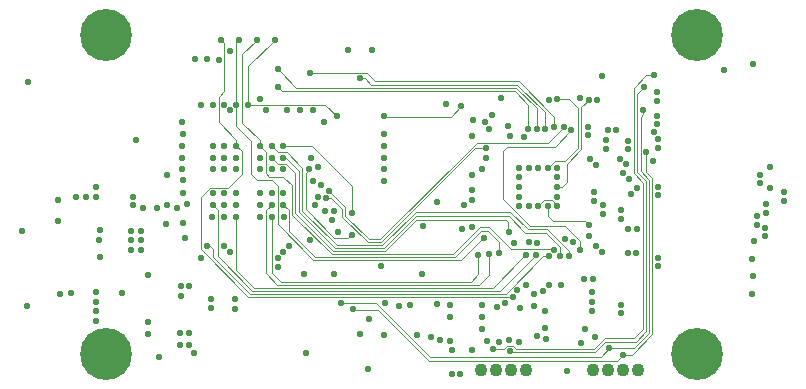
<source format=gbr>
G04 #@! TF.GenerationSoftware,KiCad,Pcbnew,5.1.5+dfsg1-2~bpo10+1*
G04 #@! TF.CreationDate,2020-03-09T15:40:36+01:00*
G04 #@! TF.ProjectId,SDI-bridge,5344492d-6272-4696-9467-652e6b696361,rev?*
G04 #@! TF.SameCoordinates,Original*
G04 #@! TF.FileFunction,Copper,L3,Inr*
G04 #@! TF.FilePolarity,Positive*
%FSLAX46Y46*%
G04 Gerber Fmt 4.6, Leading zero omitted, Abs format (unit mm)*
G04 Created by KiCad (PCBNEW 5.1.5+dfsg1-2~bpo10+1) date 2020-03-09 15:40:36*
%MOMM*%
%LPD*%
G04 APERTURE LIST*
%ADD10C,1.100000*%
%ADD11C,0.550000*%
%ADD12C,4.400000*%
%ADD13C,0.125000*%
G04 APERTURE END LIST*
D10*
X154000000Y-131400000D03*
X152730000Y-131400000D03*
X151460000Y-131400000D03*
X150190000Y-131400000D03*
X144500000Y-131400000D03*
X143230000Y-131400000D03*
X141960000Y-131400000D03*
X140690000Y-131400000D03*
D11*
X147195000Y-115077500D03*
X143945000Y-115077500D03*
X120000000Y-116400000D03*
X119000000Y-117400000D03*
X120000000Y-117400000D03*
D12*
X159000000Y-103000000D03*
X159000000Y-130000000D03*
D11*
X163720000Y-123450000D03*
X163700000Y-121960000D03*
X144370000Y-111629444D03*
X150995000Y-106465000D03*
X138245000Y-129715000D03*
X138245000Y-131715000D03*
X139995000Y-129715000D03*
X140825000Y-127885000D03*
X146115000Y-127855000D03*
X112545000Y-128295000D03*
X112545000Y-127305000D03*
X127400000Y-110400000D03*
X126300000Y-113400000D03*
X124300000Y-109400000D03*
X126500000Y-109400000D03*
X125400000Y-109400000D03*
X163700000Y-124940006D03*
X116430000Y-129920000D03*
X125890000Y-129930000D03*
X123500000Y-122650000D03*
X146438676Y-108522410D03*
X143900000Y-129020000D03*
X142220000Y-129020000D03*
X147990000Y-131470000D03*
X138940000Y-131700000D03*
X122005000Y-108405000D03*
X149885000Y-120015000D03*
X135265000Y-128445000D03*
X149775000Y-110785000D03*
X147825000Y-120275000D03*
X148515000Y-120565000D03*
X139925000Y-111575000D03*
X146250000Y-128750000D03*
X163810000Y-120450000D03*
X165210000Y-115970000D03*
X165210000Y-114210000D03*
X137020000Y-117150000D03*
X132220000Y-122550000D03*
X119974991Y-113400000D03*
X119974991Y-114400000D03*
X143070000Y-128854979D03*
X126649998Y-117400000D03*
X146382500Y-114265000D03*
X146382500Y-117515000D03*
X122000000Y-116400000D03*
X122000000Y-117400000D03*
X145200000Y-125950000D03*
X150400000Y-128600000D03*
X149500000Y-127900000D03*
X149905000Y-119095000D03*
X143985000Y-126155000D03*
X135825000Y-119210000D03*
X147170000Y-108420000D03*
X140035000Y-110195000D03*
X149200000Y-129084990D03*
X121989991Y-113394980D03*
X121989991Y-114400000D03*
X111100000Y-119600000D03*
D12*
X109000000Y-103000000D03*
X109000000Y-130000000D03*
D11*
X118000000Y-113400000D03*
X119000000Y-113400000D03*
X118000000Y-114400000D03*
X119000000Y-114400000D03*
X115500000Y-116400000D03*
X117505000Y-105065000D03*
X119505000Y-104365000D03*
X116505000Y-105065000D03*
X129495000Y-104315000D03*
X131495000Y-104325000D03*
X140785000Y-125905000D03*
X140775000Y-126895000D03*
X146495000Y-124145000D03*
X147495000Y-124145000D03*
X146100000Y-126400000D03*
X115300000Y-124300000D03*
X115300000Y-125100000D03*
X108500000Y-119500000D03*
X111300000Y-117400000D03*
X111300000Y-116700000D03*
X114100000Y-117400000D03*
X114100000Y-114900000D03*
X108100000Y-115900000D03*
X115500000Y-118900000D03*
X115400000Y-114400000D03*
X115400000Y-113400000D03*
X115400000Y-112400000D03*
X115400000Y-110400000D03*
X117000000Y-108900000D03*
X119000000Y-108900000D03*
X102390000Y-107000000D03*
X102320000Y-126000000D03*
X106020000Y-124890000D03*
X110330000Y-124849990D03*
X111900000Y-119600000D03*
X111100000Y-120400000D03*
X111900000Y-120400000D03*
X111100000Y-121200000D03*
X111900000Y-121200000D03*
X115700000Y-120200000D03*
X115834184Y-117357909D03*
X134715000Y-125845000D03*
X142775000Y-125670010D03*
X119000000Y-116410010D03*
X118000000Y-116410010D03*
X118000000Y-112400000D03*
X119000000Y-112400000D03*
X115500000Y-111400000D03*
X150100000Y-126390000D03*
X150100002Y-125600000D03*
X150120000Y-124760000D03*
X138100000Y-125900000D03*
X138100000Y-126900000D03*
X111500000Y-111900000D03*
X115500000Y-115250000D03*
X118500000Y-105100000D03*
X115000000Y-117650000D03*
X136965000Y-125815000D03*
X131165000Y-131275000D03*
X132475000Y-128425000D03*
X138095000Y-128905000D03*
X142100000Y-126020000D03*
X115980000Y-128280000D03*
X115970000Y-129300000D03*
X115200000Y-128285000D03*
X115200000Y-129300000D03*
X161260000Y-105950000D03*
X163790000Y-105450000D03*
X141250002Y-128950000D03*
X137245000Y-128815000D03*
X136485000Y-128605000D03*
X150570000Y-108520000D03*
X147195000Y-115890000D03*
X149885000Y-108485000D03*
X132500000Y-115400000D03*
X139954998Y-117015000D03*
X132500000Y-114400000D03*
X139944648Y-116118980D03*
X132500000Y-113400000D03*
X139935000Y-114825000D03*
X140820459Y-114392683D03*
X132500000Y-112400000D03*
X132500000Y-111400000D03*
X141109293Y-113458443D03*
X126205000Y-106205000D03*
X146940000Y-110803147D03*
X123500000Y-105900000D03*
X145445000Y-111005000D03*
X123500000Y-107400000D03*
X144735718Y-110973427D03*
X123000000Y-118400000D03*
X140494994Y-121610000D03*
X123000000Y-117400000D03*
X141370000Y-121570000D03*
X124000000Y-117400000D03*
X142245000Y-121465000D03*
X120000000Y-108900000D03*
X144815000Y-120515000D03*
X120245000Y-103400000D03*
X140950000Y-120170010D03*
X121000000Y-108900000D03*
X128500000Y-109900000D03*
X123250000Y-103400000D03*
X120000000Y-112400000D03*
X143405000Y-125195000D03*
X118750000Y-103400000D03*
X145500000Y-120660000D03*
X122000000Y-112400000D03*
X121750000Y-103400000D03*
X146940000Y-121190000D03*
X120000000Y-118400000D03*
X144495000Y-121610000D03*
X118000000Y-117400000D03*
X145360000Y-121620000D03*
X119500000Y-121400000D03*
X119900000Y-125400000D03*
X139080000Y-119400000D03*
X119000000Y-120900000D03*
X143495000Y-120625000D03*
X119855000Y-126200000D03*
X119000000Y-118400000D03*
X123500000Y-121900000D03*
X124000000Y-121400000D03*
X124500004Y-120900000D03*
X126250000Y-120400000D03*
X128620000Y-119680000D03*
X128125000Y-118670000D03*
X128250000Y-117900000D03*
X127505000Y-117950000D03*
X127175000Y-115745000D03*
X126500000Y-115400006D03*
X126180000Y-114390000D03*
X129765022Y-119915992D03*
X124000000Y-112400000D03*
X129840004Y-118090000D03*
X124003705Y-118396295D03*
X127875000Y-116220000D03*
X147710000Y-110790000D03*
X124000000Y-116400000D03*
X130495000Y-128365000D03*
X124000000Y-114400000D03*
X131245000Y-127065000D03*
X124000000Y-113400000D03*
X147410000Y-121740000D03*
X123000000Y-116400000D03*
X133795000Y-125965000D03*
X123000000Y-114400000D03*
X128245000Y-123215000D03*
X123000000Y-113400000D03*
X143075000Y-119685000D03*
X123000000Y-112400000D03*
X148145000Y-121740000D03*
X117000000Y-121900000D03*
X117900000Y-126100000D03*
X139980000Y-119280000D03*
X141115000Y-112595000D03*
X127595000Y-116850000D03*
X117974991Y-118400000D03*
X146495000Y-121740000D03*
X117502882Y-120897118D03*
X112140000Y-117660000D03*
X108100000Y-116700000D03*
X105100000Y-124900000D03*
X104900000Y-118800000D03*
X104900000Y-117000000D03*
X106399994Y-116700000D03*
X107300000Y-116700000D03*
X108100000Y-124800000D03*
X108099998Y-125600000D03*
X108100000Y-126400000D03*
X108100000Y-127200000D03*
X147195000Y-116702500D03*
X149065000Y-108375000D03*
X143945000Y-117515000D03*
X142374390Y-108326615D03*
X117900000Y-125400000D03*
X139250000Y-117440000D03*
X141730000Y-129560000D03*
X155365000Y-106425000D03*
X155365000Y-111185000D03*
X143015000Y-110735000D03*
X154495000Y-107425000D03*
X143145000Y-111605000D03*
X155280000Y-113670000D03*
X143187118Y-129804999D03*
X154415000Y-109355000D03*
X128895000Y-125670010D03*
X151600883Y-129530883D03*
X152730000Y-130080004D03*
X129875000Y-126235000D03*
X154730000Y-112960000D03*
X164310000Y-114837500D03*
X164310000Y-115562500D03*
X166390000Y-116337500D03*
X166390000Y-117062500D03*
X164840000Y-117337500D03*
X164840000Y-118062500D03*
X164060000Y-118337500D03*
X164060000Y-119062500D03*
X164810000Y-119337500D03*
X164810000Y-120062500D03*
X114090000Y-119010000D03*
X152565000Y-118566250D03*
X151025000Y-118131250D03*
X152565000Y-117853750D03*
X151025000Y-117418750D03*
X150305000Y-117058750D03*
X153188750Y-119405000D03*
X150305000Y-116346250D03*
X153901250Y-119405000D03*
X150996907Y-121376907D03*
X155730008Y-122566250D03*
X150493093Y-120873093D03*
X155730008Y-121853750D03*
X153168750Y-121495000D03*
X153443093Y-116496907D03*
X153881250Y-121495000D03*
X153946907Y-115993093D03*
X152605000Y-126566250D03*
X150181250Y-123705000D03*
X152605000Y-125853750D03*
X149468750Y-123705000D03*
X155665000Y-108566250D03*
X150476907Y-114036907D03*
X155665000Y-107853750D03*
X149973093Y-113533093D03*
X155655000Y-110566250D03*
X152181250Y-111085000D03*
X155655000Y-109853750D03*
X151468750Y-111085000D03*
X155695000Y-112566250D03*
X152976907Y-113976907D03*
X155695000Y-111853750D03*
X152473093Y-113473093D03*
X151265000Y-112656250D03*
X153135000Y-112661250D03*
X151265000Y-111943750D03*
X153135000Y-111948750D03*
X153216907Y-115166907D03*
X155730008Y-116566250D03*
X152713093Y-114663093D03*
X155730008Y-115853750D03*
X145500000Y-128470000D03*
X108450000Y-121850000D03*
X108400000Y-120350000D03*
X101900000Y-119600000D03*
X141635000Y-109805000D03*
X122000000Y-118400000D03*
X118000000Y-108900000D03*
X122500000Y-109400000D03*
X126900000Y-114200000D03*
X146000000Y-124700000D03*
X143800000Y-124600000D03*
X144500000Y-124200000D03*
X113250000Y-117700000D03*
X113500000Y-130250000D03*
X116000000Y-124250000D03*
X145205000Y-124965000D03*
X126895000Y-116710000D03*
X125720000Y-123260000D03*
X135730000Y-123250000D03*
X149750000Y-111500000D03*
X148345000Y-111075000D03*
X149145000Y-121255000D03*
X137755000Y-108845000D03*
X119500000Y-109400000D03*
X143945000Y-114265000D03*
X144757500Y-114265000D03*
X144757500Y-117515000D03*
X143945000Y-116702500D03*
X145570000Y-114265000D03*
X141385000Y-110945000D03*
X141075000Y-110345000D03*
X132590000Y-125700000D03*
X112500000Y-123300000D03*
X146137273Y-110970868D03*
X130500000Y-106680010D03*
X132500000Y-109900000D03*
X139055000Y-109035000D03*
X147195000Y-114265000D03*
X145570000Y-117515000D03*
X147195000Y-117515000D03*
X143945000Y-115890000D03*
D13*
X146382500Y-117515000D02*
X146382500Y-117962500D01*
X149560000Y-118750000D02*
X149905000Y-119095000D01*
X146382500Y-117515000D02*
X146382500Y-118332500D01*
X146800000Y-118750000D02*
X149560000Y-118750000D01*
X146382500Y-118332500D02*
X146800000Y-118750000D01*
X148180000Y-108420000D02*
X147170000Y-108420000D01*
X148940000Y-112580000D02*
X148940000Y-109180000D01*
X147840000Y-113680000D02*
X148940000Y-112580000D01*
X146382500Y-114265000D02*
X146967500Y-113680000D01*
X148940000Y-109180000D02*
X148180000Y-108420000D01*
X146967500Y-113680000D02*
X147840000Y-113680000D01*
X149230000Y-109140000D02*
X149885000Y-108485000D01*
X148005000Y-113915000D02*
X149230000Y-112690000D01*
X148005000Y-115465000D02*
X148005000Y-113915000D01*
X147580000Y-115890000D02*
X148005000Y-115465000D01*
X149230000Y-112690000D02*
X149230000Y-109140000D01*
X147195000Y-115890000D02*
X147580000Y-115890000D01*
X131035000Y-106205000D02*
X126205000Y-106205000D01*
X131760000Y-106930000D02*
X131035000Y-106205000D01*
X143916772Y-106930000D02*
X131760000Y-106930000D01*
X146940000Y-110803147D02*
X146940000Y-109953228D01*
X146940000Y-109953228D02*
X143916772Y-106930000D01*
X123774999Y-106174999D02*
X123500000Y-105900000D01*
X125095011Y-107495011D02*
X123774999Y-106174999D01*
X143703935Y-107495011D02*
X125095011Y-107495011D01*
X145445000Y-109236076D02*
X143703935Y-107495011D01*
X145445000Y-111005000D02*
X145445000Y-109236076D01*
X123774999Y-107674999D02*
X123500000Y-107400000D01*
X123870022Y-107770022D02*
X123774999Y-107674999D01*
X143590022Y-107770022D02*
X123870022Y-107770022D01*
X144735718Y-110973427D02*
X144735718Y-108915718D01*
X144735718Y-108915718D02*
X143590022Y-107770022D01*
X123760000Y-123900000D02*
X123000000Y-123140000D01*
X139880000Y-123900000D02*
X123760000Y-123900000D01*
X140494994Y-121610000D02*
X140494994Y-123285006D01*
X123000000Y-123140000D02*
X123000000Y-118400000D01*
X140494994Y-123285006D02*
X139880000Y-123900000D01*
X141370000Y-121958908D02*
X141370000Y-121570000D01*
X122530000Y-117870000D02*
X122530000Y-123193568D01*
X122530000Y-123193568D02*
X123486432Y-124150000D01*
X140560000Y-124150000D02*
X141370000Y-123340000D01*
X123000000Y-117400000D02*
X122530000Y-117870000D01*
X123486432Y-124150000D02*
X140560000Y-124150000D01*
X141370000Y-123340000D02*
X141370000Y-121958908D01*
X124470000Y-117870000D02*
X124000000Y-117400000D01*
X142245000Y-120555000D02*
X141310000Y-119620000D01*
X142245000Y-121465000D02*
X142245000Y-120555000D01*
X124470000Y-119620000D02*
X124470000Y-117870000D01*
X140720000Y-119620000D02*
X138530000Y-121810000D01*
X141310000Y-119620000D02*
X140720000Y-119620000D01*
X138530000Y-121810000D02*
X126660000Y-121810000D01*
X126660000Y-121810000D02*
X124470000Y-119620000D01*
X120000000Y-103645000D02*
X120000000Y-108900000D01*
X120245000Y-103400000D02*
X120000000Y-103645000D01*
X121250000Y-114750000D02*
X121780000Y-115280000D01*
X123500000Y-115790000D02*
X123500000Y-119030000D01*
X122990000Y-115280000D02*
X123500000Y-115790000D01*
X123500000Y-119030000D02*
X126530011Y-122060011D01*
X120000000Y-108900000D02*
X120000000Y-110750000D01*
X139059999Y-122060011D02*
X140675001Y-120445009D01*
X126530011Y-122060011D02*
X139059999Y-122060011D01*
X121780000Y-115280000D02*
X122990000Y-115280000D01*
X121250000Y-112000000D02*
X121250000Y-114750000D01*
X120000000Y-110750000D02*
X121250000Y-112000000D01*
X140675001Y-120445009D02*
X140950000Y-120170010D01*
X121000000Y-108900000D02*
X127530000Y-108900000D01*
X128500000Y-109870000D02*
X128500000Y-109900000D01*
X127530000Y-108900000D02*
X128500000Y-109870000D01*
X121000000Y-105650000D02*
X121000000Y-108900000D01*
X123250000Y-103400000D02*
X121000000Y-105650000D01*
X119000000Y-103650000D02*
X118750000Y-103400000D01*
X118500000Y-110400000D02*
X118500000Y-108250000D01*
X119000000Y-107750000D02*
X119000000Y-103650000D01*
X120000000Y-112400000D02*
X120000000Y-111900000D01*
X118500000Y-108250000D02*
X119000000Y-107750000D01*
X120000000Y-111900000D02*
X118500000Y-110400000D01*
X142981092Y-125160000D02*
X143016092Y-125195000D01*
X121000000Y-125160000D02*
X142981092Y-125160000D01*
X117000000Y-121160000D02*
X121000000Y-125160000D01*
X120450001Y-112850001D02*
X120450001Y-114799999D01*
X120000000Y-112400000D02*
X120450001Y-112850001D01*
X117798998Y-115935000D02*
X117000000Y-116733998D01*
X143016092Y-125195000D02*
X143405000Y-125195000D01*
X120450001Y-114799999D02*
X119315000Y-115935000D01*
X119315000Y-115935000D02*
X117798998Y-115935000D01*
X117000000Y-116733998D02*
X117000000Y-121160000D01*
X122000000Y-111930000D02*
X122000000Y-112400000D01*
X120500000Y-110430000D02*
X122000000Y-111930000D01*
X121750000Y-103400000D02*
X120500000Y-104650000D01*
X120500000Y-104650000D02*
X120500000Y-110430000D01*
X122450001Y-112850001D02*
X122000000Y-112400000D01*
X122500000Y-114710000D02*
X122500000Y-112900000D01*
X122790000Y-115000000D02*
X122500000Y-114710000D01*
X124750000Y-118230000D02*
X124750000Y-115750000D01*
X128080000Y-121560000D02*
X124750000Y-118230000D01*
X146884999Y-121134999D02*
X143274999Y-121134999D01*
X122500000Y-112900000D02*
X122450001Y-112850001D01*
X146940000Y-121190000D02*
X146884999Y-121134999D01*
X143274999Y-121134999D02*
X141440000Y-119300000D01*
X124000000Y-115000000D02*
X122790000Y-115000000D01*
X124750000Y-115750000D02*
X124000000Y-115000000D01*
X140640000Y-119300000D02*
X138380000Y-121560000D01*
X141440000Y-119300000D02*
X140640000Y-119300000D01*
X138380000Y-121560000D02*
X128080000Y-121560000D01*
X121510000Y-124400000D02*
X141705000Y-124400000D01*
X141705000Y-124400000D02*
X144220001Y-121884999D01*
X120000000Y-118400000D02*
X120000000Y-122890000D01*
X144220001Y-121884999D02*
X144495000Y-121610000D01*
X120000000Y-122890000D02*
X121510000Y-124400000D01*
X118274999Y-117674999D02*
X118000000Y-117400000D01*
X145360000Y-121620000D02*
X145360000Y-121630000D01*
X118450001Y-121728925D02*
X118450001Y-117850001D01*
X145360000Y-121630000D02*
X142340000Y-124650000D01*
X121371076Y-124650000D02*
X118450001Y-121728925D01*
X142340000Y-124650000D02*
X121371076Y-124650000D01*
X118450001Y-117850001D02*
X118274999Y-117674999D01*
X125905001Y-114664999D02*
X125905001Y-117785001D01*
X129490023Y-120190991D02*
X129765022Y-119915992D01*
X125905001Y-117785001D02*
X128310991Y-120190991D01*
X128310991Y-120190991D02*
X129490023Y-120190991D01*
X126180000Y-114390000D02*
X125905001Y-114664999D01*
X129840004Y-115840004D02*
X129840004Y-117701092D01*
X129840004Y-117701092D02*
X129840004Y-118090000D01*
X126400000Y-112400000D02*
X129840004Y-115840004D01*
X124000000Y-112400000D02*
X126400000Y-112400000D01*
X128149999Y-116494999D02*
X127875000Y-116220000D01*
X129240000Y-117585000D02*
X128149999Y-116494999D01*
X131250000Y-120310000D02*
X129240000Y-118300000D01*
X147710000Y-110790000D02*
X146380000Y-112120000D01*
X140350000Y-112120000D02*
X132160000Y-120310000D01*
X146380000Y-112120000D02*
X140350000Y-112120000D01*
X132160000Y-120310000D02*
X131250000Y-120310000D01*
X129240000Y-118300000D02*
X129240000Y-117585000D01*
X124200000Y-113400000D02*
X124000000Y-113400000D01*
X125300011Y-114500011D02*
X124200000Y-113400000D01*
X125300011Y-118010011D02*
X125300011Y-114500011D01*
X128350000Y-121060000D02*
X125300011Y-118010011D01*
X132520000Y-121060000D02*
X128350000Y-121060000D01*
X147410000Y-120960000D02*
X146240000Y-119790000D01*
X135200000Y-118380000D02*
X132520000Y-121060000D01*
X147410000Y-121740000D02*
X147410000Y-120960000D01*
X143075024Y-118380000D02*
X135200000Y-118380000D01*
X146240000Y-119790000D02*
X144485024Y-119790000D01*
X144485024Y-119790000D02*
X143075024Y-118380000D01*
X143035001Y-119645001D02*
X143075000Y-119685000D01*
X135230000Y-118710000D02*
X142860000Y-118710000D01*
X123510000Y-113910000D02*
X124210000Y-113910000D01*
X132630000Y-121310000D02*
X135230000Y-118710000D01*
X128220000Y-121310000D02*
X132630000Y-121310000D01*
X123000000Y-113400000D02*
X123510000Y-113910000D01*
X124210000Y-113910000D02*
X125010000Y-114710000D01*
X143035001Y-118885001D02*
X143035001Y-119645001D01*
X125010000Y-114710000D02*
X125010000Y-118100000D01*
X142860000Y-118710000D02*
X143035001Y-118885001D01*
X125010000Y-118100000D02*
X128220000Y-121310000D01*
X123450001Y-112850001D02*
X123000000Y-112400000D01*
X123520000Y-112920000D02*
X123450001Y-112850001D01*
X124300000Y-112920000D02*
X123520000Y-112920000D01*
X125610000Y-114240000D02*
X124290000Y-112920000D01*
X125610000Y-117922864D02*
X125610000Y-114240000D01*
X128497136Y-120810000D02*
X125610000Y-117922864D01*
X132380000Y-120810000D02*
X128497136Y-120810000D01*
X148145000Y-121295000D02*
X146315000Y-119465000D01*
X148145000Y-121740000D02*
X148145000Y-121295000D01*
X146315000Y-119465000D02*
X144660046Y-119465000D01*
X144660046Y-119465000D02*
X143165023Y-117969977D01*
X143165023Y-117969977D02*
X135220023Y-117969977D01*
X135220023Y-117969977D02*
X132380000Y-120810000D01*
X128055000Y-116850000D02*
X128950000Y-117745000D01*
X140726092Y-112595000D02*
X141115000Y-112595000D01*
X127595000Y-116850000D02*
X128055000Y-116850000D01*
X140235000Y-112595000D02*
X140726092Y-112595000D01*
X128950000Y-117745000D02*
X128950000Y-118390000D01*
X128950000Y-118390000D02*
X131120000Y-120560000D01*
X131120000Y-120560000D02*
X132270000Y-120560000D01*
X132270000Y-120560000D02*
X140235000Y-112595000D01*
X145978507Y-121740000D02*
X142818507Y-124900000D01*
X146495000Y-121740000D02*
X145978507Y-121740000D01*
X118050000Y-121130000D02*
X117817118Y-120897118D01*
X142818507Y-124900000D02*
X121150000Y-124900000D01*
X121150000Y-124900000D02*
X118050000Y-121800000D01*
X117817118Y-120897118D02*
X117502882Y-120897118D01*
X118050000Y-121800000D02*
X118050000Y-121130000D01*
X142118908Y-129560000D02*
X141730000Y-129560000D01*
X142680000Y-129560000D02*
X142118908Y-129560000D01*
X142910011Y-129329989D02*
X142680000Y-129560000D01*
X143449989Y-129329989D02*
X142910011Y-129329989D01*
X143680000Y-129560000D02*
X143449989Y-129329989D01*
X150280000Y-129560000D02*
X143680000Y-129560000D01*
X151195000Y-128645000D02*
X150280000Y-129560000D01*
X153695000Y-128645000D02*
X151195000Y-128645000D01*
X155365000Y-106425000D02*
X154715000Y-106425000D01*
X154450000Y-115540000D02*
X154450000Y-127890000D01*
X154715000Y-106425000D02*
X153635000Y-107505000D01*
X153635000Y-107505000D02*
X153635000Y-114725000D01*
X153635000Y-114725000D02*
X154450000Y-115540000D01*
X154450000Y-127890000D02*
X153695000Y-128645000D01*
X150393913Y-129835011D02*
X143217130Y-129835011D01*
X151263924Y-128965000D02*
X150393913Y-129835011D01*
X153935000Y-107985000D02*
X153935000Y-114636076D01*
X154495000Y-107425000D02*
X153935000Y-107985000D01*
X153935000Y-114636076D02*
X154710000Y-115411076D01*
X154710000Y-115411076D02*
X154710000Y-128103568D01*
X154710000Y-128103568D02*
X153848568Y-128965000D01*
X143217130Y-129835011D02*
X143187118Y-129804999D01*
X153848568Y-128965000D02*
X151263924Y-128965000D01*
X131814008Y-125670010D02*
X129283908Y-125670010D01*
X136423999Y-130280001D02*
X131814008Y-125670010D01*
X150851765Y-130280001D02*
X136423999Y-130280001D01*
X129283908Y-125670010D02*
X128895000Y-125670010D01*
X151600883Y-129530883D02*
X150851765Y-130280001D01*
X151989791Y-129530883D02*
X151600883Y-129530883D01*
X153671609Y-129530883D02*
X151989791Y-129530883D01*
X154415000Y-109743908D02*
X154235000Y-109923908D01*
X154415000Y-109355000D02*
X154415000Y-109743908D01*
X154235000Y-109923908D02*
X154235000Y-114535000D01*
X154979987Y-128222505D02*
X153671609Y-129530883D01*
X154235000Y-114535000D02*
X154979987Y-115279987D01*
X154979987Y-115279987D02*
X154979987Y-128222505D01*
X152230004Y-130580000D02*
X152730000Y-130080004D01*
X136300000Y-130580000D02*
X152230004Y-130580000D01*
X129875000Y-126235000D02*
X129950000Y-126310000D01*
X129950000Y-126310000D02*
X132030000Y-126310000D01*
X132030000Y-126310000D02*
X136300000Y-130580000D01*
X155240000Y-128351416D02*
X153511412Y-130080004D01*
X153511412Y-130080004D02*
X153118908Y-130080004D01*
X155240000Y-115140000D02*
X155240000Y-128351416D01*
X154730000Y-112960000D02*
X154730000Y-114630000D01*
X153118908Y-130080004D02*
X152730000Y-130080004D01*
X154730000Y-114630000D02*
X155240000Y-115140000D01*
X146950000Y-112470000D02*
X148345000Y-111075000D01*
X142910000Y-112470000D02*
X146950000Y-112470000D01*
X149145000Y-121255000D02*
X149145000Y-120485000D01*
X147810000Y-119150000D02*
X144840000Y-119150000D01*
X142570000Y-116880000D02*
X142570000Y-112810000D01*
X149145000Y-120485000D02*
X147810000Y-119150000D01*
X144840000Y-119150000D02*
X142570000Y-116880000D01*
X142570000Y-112810000D02*
X142910000Y-112470000D01*
X131418898Y-107210000D02*
X130888908Y-106680010D01*
X130888908Y-106680010D02*
X130500000Y-106680010D01*
X143807848Y-107210000D02*
X131418898Y-107210000D01*
X146137273Y-110970868D02*
X146137273Y-109539425D01*
X146137273Y-109539425D02*
X143807848Y-107210000D01*
X132525000Y-109925000D02*
X132500000Y-109900000D01*
X138165000Y-109925000D02*
X132525000Y-109925000D01*
X139055000Y-109035000D02*
X138165000Y-109925000D01*
X146705000Y-117025000D02*
X147195000Y-117515000D01*
X146065000Y-117025000D02*
X146705000Y-117025000D01*
X145570000Y-117515000D02*
X145575000Y-117515000D01*
X145575000Y-117515000D02*
X146065000Y-117025000D01*
M02*

</source>
